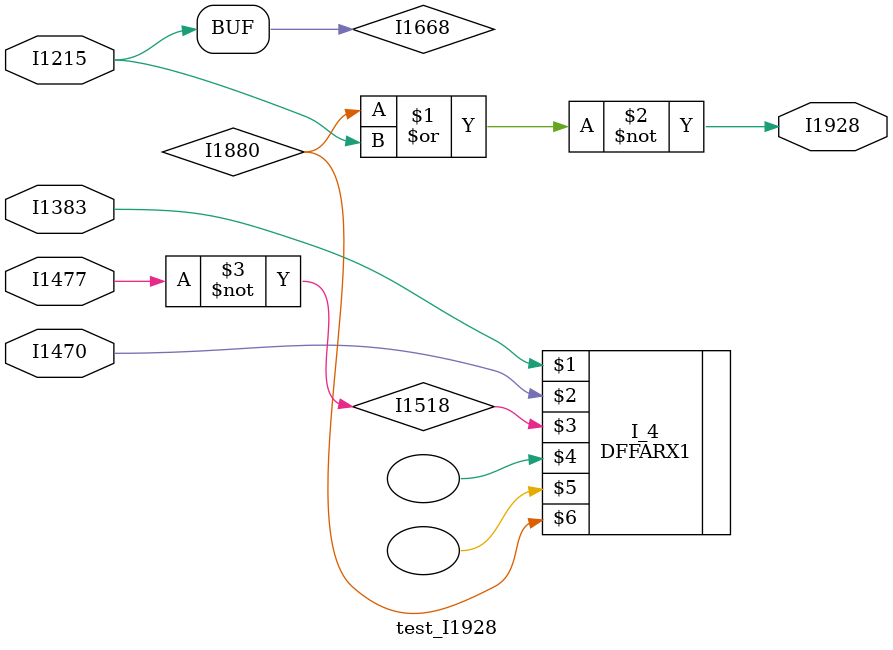
<source format=v>
module test_I1928(I1477,I1215,I1470,I1383,I1928);
input I1477,I1215,I1470,I1383;
output I1928;
wire I1518,I1668,I1637,I1880;
not I_0(I1518,I1477);
not I_1(I1668,I1637);
not I_2(I1637,I1215);
nor I_3(I1928,I1880,I1668);
DFFARX1 I_4(I1383,I1470,I1518,,,I1880,);
endmodule



</source>
